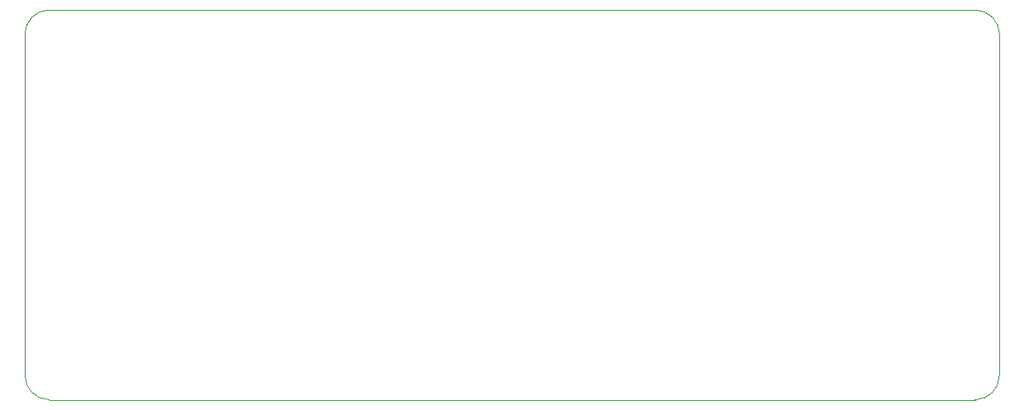
<source format=gm1>
G04 #@! TF.GenerationSoftware,KiCad,Pcbnew,8.0.7*
G04 #@! TF.CreationDate,2025-05-28T10:08:31-07:00*
G04 #@! TF.ProjectId,psu_linear_reg,7073755f-6c69-46e6-9561-725f7265672e,rev?*
G04 #@! TF.SameCoordinates,Original*
G04 #@! TF.FileFunction,Profile,NP*
%FSLAX46Y46*%
G04 Gerber Fmt 4.6, Leading zero omitted, Abs format (unit mm)*
G04 Created by KiCad (PCBNEW 8.0.7) date 2025-05-28 10:08:31*
%MOMM*%
%LPD*%
G01*
G04 APERTURE LIST*
G04 #@! TA.AperFunction,Profile*
%ADD10C,0.100000*%
G04 #@! TD*
G04 APERTURE END LIST*
D10*
X87500000Y-156000000D02*
G75*
G02*
X85000000Y-153500000I0J2500000D01*
G01*
X185000000Y-118500000D02*
X185000000Y-153500000D01*
X87500000Y-116000000D02*
X182500000Y-116000000D01*
X182500000Y-116000000D02*
G75*
G02*
X185000000Y-118500000I0J-2500000D01*
G01*
X87500000Y-156000000D02*
X182500000Y-156000000D01*
X185000000Y-153500000D02*
G75*
G02*
X182500000Y-156000000I-2500000J0D01*
G01*
X85000000Y-118500000D02*
G75*
G02*
X87500000Y-116000000I2500000J0D01*
G01*
X85000000Y-118500000D02*
X85000000Y-153500000D01*
M02*

</source>
